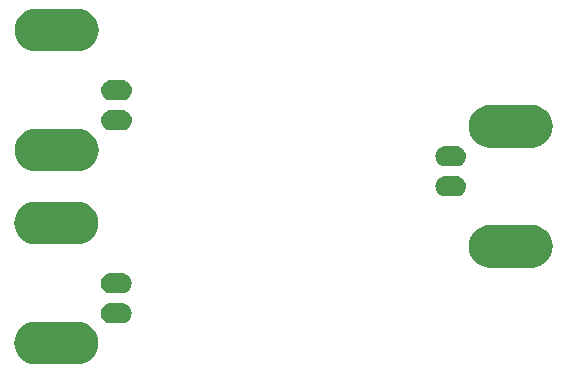
<source format=gbr>
G04 #@! TF.GenerationSoftware,KiCad,Pcbnew,(5.1.4)-1*
G04 #@! TF.CreationDate,2019-10-21T12:38:33+02:00*
G04 #@! TF.ProjectId,Phaseshifter,50686173-6573-4686-9966-7465722e6b69,rev?*
G04 #@! TF.SameCoordinates,Original*
G04 #@! TF.FileFunction,Soldermask,Bot*
G04 #@! TF.FilePolarity,Negative*
%FSLAX46Y46*%
G04 Gerber Fmt 4.6, Leading zero omitted, Abs format (unit mm)*
G04 Created by KiCad (PCBNEW (5.1.4)-1) date 2019-10-21 12:38:33*
%MOMM*%
%LPD*%
G04 APERTURE LIST*
%ADD10C,0.100000*%
G04 APERTURE END LIST*
D10*
G36*
X99766669Y-91017686D02*
G01*
X99943058Y-91035059D01*
X100282548Y-91138042D01*
X100282550Y-91138043D01*
X100595422Y-91305277D01*
X100595424Y-91305278D01*
X100595423Y-91305278D01*
X100869661Y-91530339D01*
X101094722Y-91804577D01*
X101261958Y-92117452D01*
X101364941Y-92456942D01*
X101399714Y-92810000D01*
X101364941Y-93163058D01*
X101261958Y-93502548D01*
X101261957Y-93502550D01*
X101094723Y-93815422D01*
X100869661Y-94089661D01*
X100595422Y-94314723D01*
X100282550Y-94481957D01*
X100282548Y-94481958D01*
X99943058Y-94584941D01*
X99766669Y-94602314D01*
X99678476Y-94611000D01*
X96001524Y-94611000D01*
X95913331Y-94602314D01*
X95736942Y-94584941D01*
X95397452Y-94481958D01*
X95397450Y-94481957D01*
X95084578Y-94314723D01*
X94810339Y-94089661D01*
X94585277Y-93815422D01*
X94418043Y-93502550D01*
X94418042Y-93502548D01*
X94315059Y-93163058D01*
X94280286Y-92810000D01*
X94315059Y-92456942D01*
X94418042Y-92117452D01*
X94585278Y-91804577D01*
X94810339Y-91530339D01*
X95084577Y-91305278D01*
X95084576Y-91305278D01*
X95084578Y-91305277D01*
X95397450Y-91138043D01*
X95397452Y-91138042D01*
X95736942Y-91035059D01*
X95913331Y-91017686D01*
X96001524Y-91009000D01*
X99678476Y-91009000D01*
X99766669Y-91017686D01*
X99766669Y-91017686D01*
G37*
G36*
X103536823Y-89431313D02*
G01*
X103697242Y-89479976D01*
X103829906Y-89550886D01*
X103845078Y-89558996D01*
X103974659Y-89665341D01*
X104081004Y-89794922D01*
X104081005Y-89794924D01*
X104160024Y-89942758D01*
X104208687Y-90103177D01*
X104225117Y-90270000D01*
X104208687Y-90436823D01*
X104160024Y-90597242D01*
X104089114Y-90729906D01*
X104081004Y-90745078D01*
X103974659Y-90874659D01*
X103845078Y-90981004D01*
X103845076Y-90981005D01*
X103697242Y-91060024D01*
X103536823Y-91108687D01*
X103411804Y-91121000D01*
X102428196Y-91121000D01*
X102303177Y-91108687D01*
X102142758Y-91060024D01*
X101994924Y-90981005D01*
X101994922Y-90981004D01*
X101865341Y-90874659D01*
X101758996Y-90745078D01*
X101750886Y-90729906D01*
X101679976Y-90597242D01*
X101631313Y-90436823D01*
X101614883Y-90270000D01*
X101631313Y-90103177D01*
X101679976Y-89942758D01*
X101758995Y-89794924D01*
X101758996Y-89794922D01*
X101865341Y-89665341D01*
X101994922Y-89558996D01*
X102010094Y-89550886D01*
X102142758Y-89479976D01*
X102303177Y-89431313D01*
X102428196Y-89419000D01*
X103411804Y-89419000D01*
X103536823Y-89431313D01*
X103536823Y-89431313D01*
G37*
G36*
X103536823Y-86891313D02*
G01*
X103697242Y-86939976D01*
X103829906Y-87010886D01*
X103845078Y-87018996D01*
X103974659Y-87125341D01*
X104081004Y-87254922D01*
X104081005Y-87254924D01*
X104160024Y-87402758D01*
X104208687Y-87563177D01*
X104225117Y-87730000D01*
X104208687Y-87896823D01*
X104160024Y-88057242D01*
X104089114Y-88189906D01*
X104081004Y-88205078D01*
X103974659Y-88334659D01*
X103845078Y-88441004D01*
X103845076Y-88441005D01*
X103697242Y-88520024D01*
X103536823Y-88568687D01*
X103411804Y-88581000D01*
X102428196Y-88581000D01*
X102303177Y-88568687D01*
X102142758Y-88520024D01*
X101994924Y-88441005D01*
X101994922Y-88441004D01*
X101865341Y-88334659D01*
X101758996Y-88205078D01*
X101750886Y-88189906D01*
X101679976Y-88057242D01*
X101631313Y-87896823D01*
X101614883Y-87730000D01*
X101631313Y-87563177D01*
X101679976Y-87402758D01*
X101758995Y-87254924D01*
X101758996Y-87254922D01*
X101865341Y-87125341D01*
X101994922Y-87018996D01*
X102010094Y-87010886D01*
X102142758Y-86939976D01*
X102303177Y-86891313D01*
X102428196Y-86879000D01*
X103411804Y-86879000D01*
X103536823Y-86891313D01*
X103536823Y-86891313D01*
G37*
G36*
X138256669Y-82817686D02*
G01*
X138433058Y-82835059D01*
X138772548Y-82938042D01*
X138772550Y-82938043D01*
X139085422Y-83105277D01*
X139359661Y-83330339D01*
X139584723Y-83604578D01*
X139611900Y-83655423D01*
X139751958Y-83917452D01*
X139854941Y-84256942D01*
X139889714Y-84610000D01*
X139854941Y-84963058D01*
X139751958Y-85302548D01*
X139751957Y-85302550D01*
X139584723Y-85615422D01*
X139359661Y-85889661D01*
X139085422Y-86114723D01*
X138772550Y-86281957D01*
X138772548Y-86281958D01*
X138433058Y-86384941D01*
X138256669Y-86402314D01*
X138168476Y-86411000D01*
X134491524Y-86411000D01*
X134403331Y-86402314D01*
X134226942Y-86384941D01*
X133887452Y-86281958D01*
X133887450Y-86281957D01*
X133574578Y-86114723D01*
X133300339Y-85889661D01*
X133075277Y-85615422D01*
X132908043Y-85302550D01*
X132908042Y-85302548D01*
X132805059Y-84963058D01*
X132770286Y-84610000D01*
X132805059Y-84256942D01*
X132908042Y-83917452D01*
X133048100Y-83655423D01*
X133075277Y-83604578D01*
X133300339Y-83330339D01*
X133574578Y-83105277D01*
X133887450Y-82938043D01*
X133887452Y-82938042D01*
X134226942Y-82835059D01*
X134403331Y-82817686D01*
X134491524Y-82809000D01*
X138168476Y-82809000D01*
X138256669Y-82817686D01*
X138256669Y-82817686D01*
G37*
G36*
X99766669Y-80857686D02*
G01*
X99943058Y-80875059D01*
X100282548Y-80978042D01*
X100282550Y-80978043D01*
X100595422Y-81145277D01*
X100595424Y-81145278D01*
X100595423Y-81145278D01*
X100869661Y-81370339D01*
X101094722Y-81644577D01*
X101261958Y-81957452D01*
X101364941Y-82296942D01*
X101399714Y-82650000D01*
X101364941Y-83003058D01*
X101261958Y-83342548D01*
X101261957Y-83342550D01*
X101094723Y-83655422D01*
X100869661Y-83929661D01*
X100595422Y-84154723D01*
X100404184Y-84256942D01*
X100282548Y-84321958D01*
X99943058Y-84424941D01*
X99766669Y-84442314D01*
X99678476Y-84451000D01*
X96001524Y-84451000D01*
X95913331Y-84442314D01*
X95736942Y-84424941D01*
X95397452Y-84321958D01*
X95275816Y-84256942D01*
X95084578Y-84154723D01*
X94810339Y-83929661D01*
X94585277Y-83655422D01*
X94418043Y-83342550D01*
X94418042Y-83342548D01*
X94315059Y-83003058D01*
X94280286Y-82650000D01*
X94315059Y-82296942D01*
X94418042Y-81957452D01*
X94585278Y-81644577D01*
X94810339Y-81370339D01*
X95084577Y-81145278D01*
X95084576Y-81145278D01*
X95084578Y-81145277D01*
X95397450Y-80978043D01*
X95397452Y-80978042D01*
X95736942Y-80875059D01*
X95913331Y-80857686D01*
X96001524Y-80849000D01*
X99678476Y-80849000D01*
X99766669Y-80857686D01*
X99766669Y-80857686D01*
G37*
G36*
X131866823Y-78691313D02*
G01*
X132027242Y-78739976D01*
X132159906Y-78810886D01*
X132175078Y-78818996D01*
X132304659Y-78925341D01*
X132411004Y-79054922D01*
X132411005Y-79054924D01*
X132490024Y-79202758D01*
X132538687Y-79363177D01*
X132555117Y-79530000D01*
X132538687Y-79696823D01*
X132490024Y-79857242D01*
X132419114Y-79989906D01*
X132411004Y-80005078D01*
X132304659Y-80134659D01*
X132175078Y-80241004D01*
X132175076Y-80241005D01*
X132027242Y-80320024D01*
X131866823Y-80368687D01*
X131741804Y-80381000D01*
X130758196Y-80381000D01*
X130633177Y-80368687D01*
X130472758Y-80320024D01*
X130324924Y-80241005D01*
X130324922Y-80241004D01*
X130195341Y-80134659D01*
X130088996Y-80005078D01*
X130080886Y-79989906D01*
X130009976Y-79857242D01*
X129961313Y-79696823D01*
X129944883Y-79530000D01*
X129961313Y-79363177D01*
X130009976Y-79202758D01*
X130088995Y-79054924D01*
X130088996Y-79054922D01*
X130195341Y-78925341D01*
X130324922Y-78818996D01*
X130340094Y-78810886D01*
X130472758Y-78739976D01*
X130633177Y-78691313D01*
X130758196Y-78679000D01*
X131741804Y-78679000D01*
X131866823Y-78691313D01*
X131866823Y-78691313D01*
G37*
G36*
X99806669Y-74677686D02*
G01*
X99983058Y-74695059D01*
X100322548Y-74798042D01*
X100322550Y-74798043D01*
X100635422Y-74965277D01*
X100635424Y-74965278D01*
X100635423Y-74965278D01*
X100909661Y-75190339D01*
X101134722Y-75464577D01*
X101301958Y-75777452D01*
X101404941Y-76116942D01*
X101439714Y-76470000D01*
X101404941Y-76823058D01*
X101303694Y-77156825D01*
X101301957Y-77162550D01*
X101134723Y-77475422D01*
X100909661Y-77749661D01*
X100635422Y-77974723D01*
X100322550Y-78141957D01*
X100322548Y-78141958D01*
X99983058Y-78244941D01*
X99806669Y-78262314D01*
X99718476Y-78271000D01*
X96041524Y-78271000D01*
X95953331Y-78262314D01*
X95776942Y-78244941D01*
X95437452Y-78141958D01*
X95437450Y-78141957D01*
X95124578Y-77974723D01*
X94850339Y-77749661D01*
X94625277Y-77475422D01*
X94458043Y-77162550D01*
X94456306Y-77156825D01*
X94355059Y-76823058D01*
X94320286Y-76470000D01*
X94355059Y-76116942D01*
X94458042Y-75777452D01*
X94625278Y-75464577D01*
X94850339Y-75190339D01*
X95124577Y-74965278D01*
X95124576Y-74965278D01*
X95124578Y-74965277D01*
X95437450Y-74798043D01*
X95437452Y-74798042D01*
X95776942Y-74695059D01*
X95953331Y-74677686D01*
X96041524Y-74669000D01*
X99718476Y-74669000D01*
X99806669Y-74677686D01*
X99806669Y-74677686D01*
G37*
G36*
X131866823Y-76151313D02*
G01*
X132027242Y-76199976D01*
X132122701Y-76251000D01*
X132175078Y-76278996D01*
X132304659Y-76385341D01*
X132411004Y-76514922D01*
X132411005Y-76514924D01*
X132490024Y-76662758D01*
X132538687Y-76823177D01*
X132555117Y-76990000D01*
X132538687Y-77156823D01*
X132490024Y-77317242D01*
X132419114Y-77449906D01*
X132411004Y-77465078D01*
X132304659Y-77594659D01*
X132175078Y-77701004D01*
X132175076Y-77701005D01*
X132027242Y-77780024D01*
X131866823Y-77828687D01*
X131741804Y-77841000D01*
X130758196Y-77841000D01*
X130633177Y-77828687D01*
X130472758Y-77780024D01*
X130324924Y-77701005D01*
X130324922Y-77701004D01*
X130195341Y-77594659D01*
X130088996Y-77465078D01*
X130080886Y-77449906D01*
X130009976Y-77317242D01*
X129961313Y-77156823D01*
X129944883Y-76990000D01*
X129961313Y-76823177D01*
X130009976Y-76662758D01*
X130088995Y-76514924D01*
X130088996Y-76514922D01*
X130195341Y-76385341D01*
X130324922Y-76278996D01*
X130377299Y-76251000D01*
X130472758Y-76199976D01*
X130633177Y-76151313D01*
X130758196Y-76139000D01*
X131741804Y-76139000D01*
X131866823Y-76151313D01*
X131866823Y-76151313D01*
G37*
G36*
X138256669Y-72657686D02*
G01*
X138433058Y-72675059D01*
X138772548Y-72778042D01*
X138772550Y-72778043D01*
X139085422Y-72945277D01*
X139085424Y-72945278D01*
X139085423Y-72945278D01*
X139359661Y-73170339D01*
X139584722Y-73444577D01*
X139751958Y-73757452D01*
X139854941Y-74096942D01*
X139889714Y-74450000D01*
X139854941Y-74803058D01*
X139805732Y-74965277D01*
X139751957Y-75142550D01*
X139584723Y-75455422D01*
X139359661Y-75729661D01*
X139085422Y-75954723D01*
X138772550Y-76121957D01*
X138772548Y-76121958D01*
X138433058Y-76224941D01*
X138256669Y-76242314D01*
X138168476Y-76251000D01*
X134491524Y-76251000D01*
X134403331Y-76242314D01*
X134226942Y-76224941D01*
X133887452Y-76121958D01*
X133887450Y-76121957D01*
X133574578Y-75954723D01*
X133300339Y-75729661D01*
X133075277Y-75455422D01*
X132908043Y-75142550D01*
X132854268Y-74965277D01*
X132805059Y-74803058D01*
X132770286Y-74450000D01*
X132805059Y-74096942D01*
X132908042Y-73757452D01*
X133075278Y-73444577D01*
X133300339Y-73170339D01*
X133574577Y-72945278D01*
X133574576Y-72945278D01*
X133574578Y-72945277D01*
X133887450Y-72778043D01*
X133887452Y-72778042D01*
X134226942Y-72675059D01*
X134403331Y-72657686D01*
X134491524Y-72649000D01*
X138168476Y-72649000D01*
X138256669Y-72657686D01*
X138256669Y-72657686D01*
G37*
G36*
X103576823Y-73091313D02*
G01*
X103737242Y-73139976D01*
X103869906Y-73210886D01*
X103885078Y-73218996D01*
X104014659Y-73325341D01*
X104121004Y-73454922D01*
X104121005Y-73454924D01*
X104200024Y-73602758D01*
X104248687Y-73763177D01*
X104265117Y-73930000D01*
X104248687Y-74096823D01*
X104200024Y-74257242D01*
X104129114Y-74389906D01*
X104121004Y-74405078D01*
X104014659Y-74534659D01*
X103885078Y-74641004D01*
X103885076Y-74641005D01*
X103737242Y-74720024D01*
X103576823Y-74768687D01*
X103451804Y-74781000D01*
X102468196Y-74781000D01*
X102343177Y-74768687D01*
X102182758Y-74720024D01*
X102034924Y-74641005D01*
X102034922Y-74641004D01*
X101905341Y-74534659D01*
X101798996Y-74405078D01*
X101790886Y-74389906D01*
X101719976Y-74257242D01*
X101671313Y-74096823D01*
X101654883Y-73930000D01*
X101671313Y-73763177D01*
X101719976Y-73602758D01*
X101798995Y-73454924D01*
X101798996Y-73454922D01*
X101905341Y-73325341D01*
X102034922Y-73218996D01*
X102050094Y-73210886D01*
X102182758Y-73139976D01*
X102343177Y-73091313D01*
X102468196Y-73079000D01*
X103451804Y-73079000D01*
X103576823Y-73091313D01*
X103576823Y-73091313D01*
G37*
G36*
X103576823Y-70551313D02*
G01*
X103737242Y-70599976D01*
X103869906Y-70670886D01*
X103885078Y-70678996D01*
X104014659Y-70785341D01*
X104121004Y-70914922D01*
X104121005Y-70914924D01*
X104200024Y-71062758D01*
X104248687Y-71223177D01*
X104265117Y-71390000D01*
X104248687Y-71556823D01*
X104200024Y-71717242D01*
X104129114Y-71849906D01*
X104121004Y-71865078D01*
X104014659Y-71994659D01*
X103885078Y-72101004D01*
X103885076Y-72101005D01*
X103737242Y-72180024D01*
X103576823Y-72228687D01*
X103451804Y-72241000D01*
X102468196Y-72241000D01*
X102343177Y-72228687D01*
X102182758Y-72180024D01*
X102034924Y-72101005D01*
X102034922Y-72101004D01*
X101905341Y-71994659D01*
X101798996Y-71865078D01*
X101790886Y-71849906D01*
X101719976Y-71717242D01*
X101671313Y-71556823D01*
X101654883Y-71390000D01*
X101671313Y-71223177D01*
X101719976Y-71062758D01*
X101798995Y-70914924D01*
X101798996Y-70914922D01*
X101905341Y-70785341D01*
X102034922Y-70678996D01*
X102050094Y-70670886D01*
X102182758Y-70599976D01*
X102343177Y-70551313D01*
X102468196Y-70539000D01*
X103451804Y-70539000D01*
X103576823Y-70551313D01*
X103576823Y-70551313D01*
G37*
G36*
X99806669Y-64517686D02*
G01*
X99983058Y-64535059D01*
X100322548Y-64638042D01*
X100322550Y-64638043D01*
X100635422Y-64805277D01*
X100635424Y-64805278D01*
X100635423Y-64805278D01*
X100909661Y-65030339D01*
X101134722Y-65304577D01*
X101301958Y-65617452D01*
X101404941Y-65956942D01*
X101439714Y-66310000D01*
X101404941Y-66663058D01*
X101301958Y-67002548D01*
X101301957Y-67002550D01*
X101134723Y-67315422D01*
X100909661Y-67589661D01*
X100635422Y-67814723D01*
X100322550Y-67981957D01*
X100322548Y-67981958D01*
X99983058Y-68084941D01*
X99806669Y-68102314D01*
X99718476Y-68111000D01*
X96041524Y-68111000D01*
X95953331Y-68102314D01*
X95776942Y-68084941D01*
X95437452Y-67981958D01*
X95437450Y-67981957D01*
X95124578Y-67814723D01*
X94850339Y-67589661D01*
X94625277Y-67315422D01*
X94458043Y-67002550D01*
X94458042Y-67002548D01*
X94355059Y-66663058D01*
X94320286Y-66310000D01*
X94355059Y-65956942D01*
X94458042Y-65617452D01*
X94625278Y-65304577D01*
X94850339Y-65030339D01*
X95124577Y-64805278D01*
X95124576Y-64805278D01*
X95124578Y-64805277D01*
X95437450Y-64638043D01*
X95437452Y-64638042D01*
X95776942Y-64535059D01*
X95953331Y-64517686D01*
X96041524Y-64509000D01*
X99718476Y-64509000D01*
X99806669Y-64517686D01*
X99806669Y-64517686D01*
G37*
M02*

</source>
